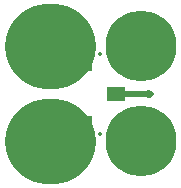
<source format=gtl>
%TF.GenerationSoftware,KiCad,Pcbnew,4.0.5-e0-6337~49~ubuntu16.04.1*%
%TF.CreationDate,2017-05-26T06:28:51-07:00*%
%TF.ProjectId,2x2-Slide-Switch-CL-SB-SMT,3278322D536C6964652D537769746368,v1.1*%
%TF.FileFunction,Copper,L1,Top,Signal*%
%FSLAX46Y46*%
G04 Gerber Fmt 4.6, Leading zero omitted, Abs format (unit mm)*
G04 Created by KiCad (PCBNEW 4.0.5-e0-6337~49~ubuntu16.04.1) date Fri May 26 06:28:51 2017*
%MOMM*%
%LPD*%
G01*
G04 APERTURE LIST*
%ADD10C,0.350000*%
%ADD11C,0.500000*%
%ADD12C,7.200000*%
%ADD13R,1.600200X1.198880*%
%ADD14C,6.000000*%
%ADD15C,0.685800*%
%ADD16C,0.350000*%
%ADD17C,0.330200*%
G04 APERTURE END LIST*
D10*
D11*
X11557000Y-33337500D02*
X11557000Y-31559500D01*
X14224000Y-35877500D02*
X17245500Y-35878000D01*
X11684000Y-38290500D02*
X11684000Y-40576500D01*
D12*
X8458200Y-31864300D02*
X8953500Y-31877000D01*
X8458200Y-39865300D02*
X8953500Y-39878000D01*
X8458200Y-39865300D02*
X8953500Y-39878000D01*
D13*
X11554460Y-33378140D03*
X14353540Y-35877500D03*
X11554460Y-38376860D03*
D14*
X16445500Y-31878000D03*
X16445500Y-39878000D03*
D15*
X11557000Y-31623000D03*
X17145500Y-35877500D03*
X11684000Y-40513000D03*
D16*
X12954000Y-32476440D03*
X12954000Y-39278560D03*
X8445500Y-39878000D03*
X8445500Y-31878000D03*
X16445500Y-31878000D03*
X16445500Y-39878000D03*
D17*
X11557000Y-31623000D03*
X17145500Y-35877500D03*
X11684000Y-40513000D03*
M02*

</source>
